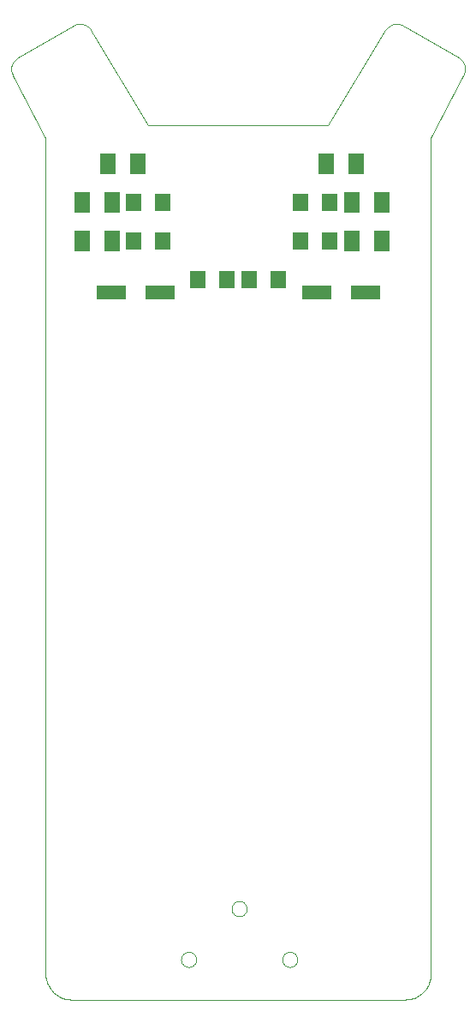
<source format=gtp>
G75*
%MOIN*%
%OFA0B0*%
%FSLAX24Y24*%
%IPPOS*%
%LPD*%
%AMOC8*
5,1,8,0,0,1.08239X$1,22.5*
%
%ADD10C,0.0000*%
%ADD11R,0.0630X0.0710*%
%ADD12R,0.1181X0.0551*%
%ADD13R,0.0591X0.0787*%
D10*
X005983Y001995D02*
X005983Y034495D01*
X004718Y036919D01*
X004698Y036958D01*
X004681Y036998D01*
X004668Y037040D01*
X004659Y037082D01*
X004653Y037125D01*
X004651Y037169D01*
X004653Y037213D01*
X004659Y037256D01*
X004668Y037298D01*
X004681Y037340D01*
X004698Y037380D01*
X004718Y037419D01*
X004741Y037456D01*
X004768Y037490D01*
X004797Y037523D01*
X004830Y037552D01*
X004864Y037579D01*
X004901Y037602D01*
X007066Y038852D01*
X007105Y038872D01*
X007145Y038889D01*
X007187Y038902D01*
X007229Y038911D01*
X007272Y038917D01*
X007316Y038919D01*
X007360Y038917D01*
X007403Y038911D01*
X007445Y038902D01*
X007487Y038889D01*
X007527Y038872D01*
X007566Y038852D01*
X007603Y038829D01*
X007637Y038802D01*
X007670Y038773D01*
X007699Y038740D01*
X007726Y038706D01*
X007749Y038669D01*
X009983Y034995D01*
X016983Y034995D01*
X019218Y038669D01*
X019241Y038706D01*
X019268Y038740D01*
X019297Y038773D01*
X019330Y038802D01*
X019364Y038829D01*
X019401Y038852D01*
X019440Y038872D01*
X019480Y038889D01*
X019522Y038902D01*
X019564Y038911D01*
X019607Y038917D01*
X019651Y038919D01*
X019695Y038917D01*
X019738Y038911D01*
X019780Y038902D01*
X019822Y038889D01*
X019862Y038872D01*
X019901Y038852D01*
X022066Y037602D01*
X022103Y037579D01*
X022137Y037552D01*
X022170Y037523D01*
X022199Y037490D01*
X022226Y037456D01*
X022249Y037419D01*
X022269Y037380D01*
X022286Y037340D01*
X022299Y037298D01*
X022308Y037256D01*
X022314Y037213D01*
X022316Y037169D01*
X022314Y037125D01*
X022308Y037082D01*
X022299Y037040D01*
X022286Y036998D01*
X022269Y036958D01*
X022249Y036919D01*
X020983Y034495D01*
X020983Y001995D01*
X020981Y001935D01*
X020976Y001874D01*
X020967Y001815D01*
X020954Y001756D01*
X020938Y001697D01*
X020918Y001640D01*
X020895Y001585D01*
X020868Y001530D01*
X020839Y001478D01*
X020806Y001427D01*
X020770Y001378D01*
X020732Y001332D01*
X020690Y001288D01*
X020646Y001246D01*
X020600Y001208D01*
X020551Y001172D01*
X020500Y001139D01*
X020448Y001110D01*
X020393Y001083D01*
X020338Y001060D01*
X020281Y001040D01*
X020222Y001024D01*
X020163Y001011D01*
X020104Y001002D01*
X020043Y000997D01*
X019983Y000995D01*
X006983Y000995D01*
X006923Y000997D01*
X006862Y001002D01*
X006803Y001011D01*
X006744Y001024D01*
X006685Y001040D01*
X006628Y001060D01*
X006573Y001083D01*
X006518Y001110D01*
X006466Y001139D01*
X006415Y001172D01*
X006366Y001208D01*
X006320Y001246D01*
X006276Y001288D01*
X006234Y001332D01*
X006196Y001378D01*
X006160Y001427D01*
X006127Y001478D01*
X006098Y001530D01*
X006071Y001585D01*
X006048Y001640D01*
X006028Y001697D01*
X006012Y001756D01*
X005999Y001815D01*
X005990Y001874D01*
X005985Y001935D01*
X005983Y001995D01*
X011259Y002558D02*
X011261Y002592D01*
X011267Y002626D01*
X011277Y002659D01*
X011290Y002690D01*
X011308Y002720D01*
X011328Y002748D01*
X011352Y002773D01*
X011378Y002795D01*
X011406Y002813D01*
X011437Y002829D01*
X011469Y002841D01*
X011503Y002849D01*
X011537Y002853D01*
X011571Y002853D01*
X011605Y002849D01*
X011639Y002841D01*
X011671Y002829D01*
X011701Y002813D01*
X011730Y002795D01*
X011756Y002773D01*
X011780Y002748D01*
X011800Y002720D01*
X011818Y002690D01*
X011831Y002659D01*
X011841Y002626D01*
X011847Y002592D01*
X011849Y002558D01*
X011847Y002524D01*
X011841Y002490D01*
X011831Y002457D01*
X011818Y002426D01*
X011800Y002396D01*
X011780Y002368D01*
X011756Y002343D01*
X011730Y002321D01*
X011702Y002303D01*
X011671Y002287D01*
X011639Y002275D01*
X011605Y002267D01*
X011571Y002263D01*
X011537Y002263D01*
X011503Y002267D01*
X011469Y002275D01*
X011437Y002287D01*
X011406Y002303D01*
X011378Y002321D01*
X011352Y002343D01*
X011328Y002368D01*
X011308Y002396D01*
X011290Y002426D01*
X011277Y002457D01*
X011267Y002490D01*
X011261Y002524D01*
X011259Y002558D01*
X013228Y004527D02*
X013230Y004561D01*
X013236Y004595D01*
X013246Y004628D01*
X013259Y004659D01*
X013277Y004689D01*
X013297Y004717D01*
X013321Y004742D01*
X013347Y004764D01*
X013375Y004782D01*
X013406Y004798D01*
X013438Y004810D01*
X013472Y004818D01*
X013506Y004822D01*
X013540Y004822D01*
X013574Y004818D01*
X013608Y004810D01*
X013640Y004798D01*
X013670Y004782D01*
X013699Y004764D01*
X013725Y004742D01*
X013749Y004717D01*
X013769Y004689D01*
X013787Y004659D01*
X013800Y004628D01*
X013810Y004595D01*
X013816Y004561D01*
X013818Y004527D01*
X013816Y004493D01*
X013810Y004459D01*
X013800Y004426D01*
X013787Y004395D01*
X013769Y004365D01*
X013749Y004337D01*
X013725Y004312D01*
X013699Y004290D01*
X013671Y004272D01*
X013640Y004256D01*
X013608Y004244D01*
X013574Y004236D01*
X013540Y004232D01*
X013506Y004232D01*
X013472Y004236D01*
X013438Y004244D01*
X013406Y004256D01*
X013375Y004272D01*
X013347Y004290D01*
X013321Y004312D01*
X013297Y004337D01*
X013277Y004365D01*
X013259Y004395D01*
X013246Y004426D01*
X013236Y004459D01*
X013230Y004493D01*
X013228Y004527D01*
X015196Y002558D02*
X015198Y002592D01*
X015204Y002626D01*
X015214Y002659D01*
X015227Y002690D01*
X015245Y002720D01*
X015265Y002748D01*
X015289Y002773D01*
X015315Y002795D01*
X015343Y002813D01*
X015374Y002829D01*
X015406Y002841D01*
X015440Y002849D01*
X015474Y002853D01*
X015508Y002853D01*
X015542Y002849D01*
X015576Y002841D01*
X015608Y002829D01*
X015638Y002813D01*
X015667Y002795D01*
X015693Y002773D01*
X015717Y002748D01*
X015737Y002720D01*
X015755Y002690D01*
X015768Y002659D01*
X015778Y002626D01*
X015784Y002592D01*
X015786Y002558D01*
X015784Y002524D01*
X015778Y002490D01*
X015768Y002457D01*
X015755Y002426D01*
X015737Y002396D01*
X015717Y002368D01*
X015693Y002343D01*
X015667Y002321D01*
X015639Y002303D01*
X015608Y002287D01*
X015576Y002275D01*
X015542Y002267D01*
X015508Y002263D01*
X015474Y002263D01*
X015440Y002267D01*
X015406Y002275D01*
X015374Y002287D01*
X015343Y002303D01*
X015315Y002321D01*
X015289Y002343D01*
X015265Y002368D01*
X015245Y002396D01*
X015227Y002426D01*
X015214Y002457D01*
X015204Y002490D01*
X015198Y002524D01*
X015196Y002558D01*
D11*
X015043Y028995D03*
X015923Y030495D03*
X015923Y031995D03*
X017043Y031995D03*
X017043Y030495D03*
X013923Y028995D03*
X013043Y028995D03*
X011923Y028995D03*
X010543Y030495D03*
X010543Y031995D03*
X009423Y031995D03*
X009423Y030495D03*
D12*
X008538Y028495D03*
X010428Y028495D03*
X016538Y028495D03*
X018428Y028495D03*
D13*
X017893Y030495D03*
X017893Y031995D03*
X018074Y033495D03*
X019074Y031995D03*
X019074Y030495D03*
X016893Y033495D03*
X009574Y033495D03*
X008574Y031995D03*
X008574Y030495D03*
X007393Y030495D03*
X007393Y031995D03*
X008393Y033495D03*
M02*

</source>
